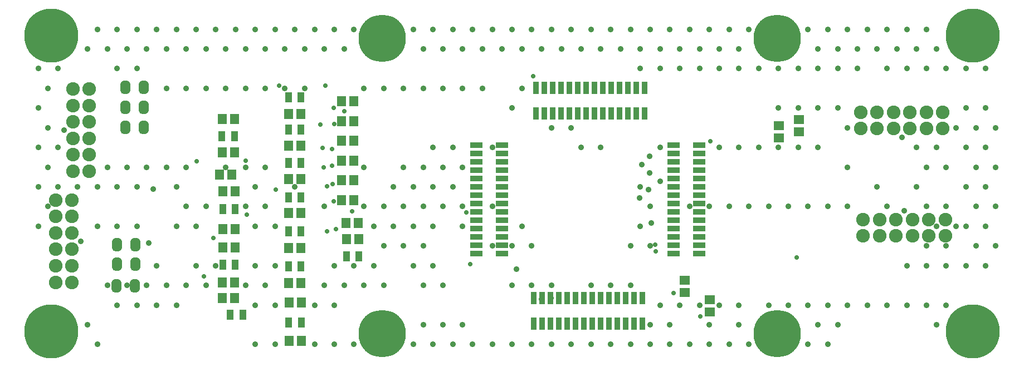
<source format=gts>
G04*
G04 #@! TF.GenerationSoftware,Altium Limited,Altium Designer,24.0.1 (36)*
G04*
G04 Layer_Color=8388736*
%FSLAX44Y44*%
%MOMM*%
G71*
G04*
G04 #@! TF.SameCoordinates,BB923111-6D0E-4387-AAE4-9FFB48530C1F*
G04*
G04*
G04 #@! TF.FilePolarity,Negative*
G04*
G01*
G75*
%ADD18R,1.9000X0.9400*%
%ADD19R,0.9400X1.9000*%
%ADD20R,1.5500X1.3500*%
%ADD21R,1.3500X1.5500*%
%ADD22R,1.1000X1.5000*%
G04:AMPARAMS|DCode=23|XSize=1.95mm|YSize=1.45mm|CornerRadius=0.4125mm|HoleSize=0mm|Usage=FLASHONLY|Rotation=90.000|XOffset=0mm|YOffset=0mm|HoleType=Round|Shape=RoundedRectangle|*
%AMROUNDEDRECTD23*
21,1,1.9500,0.6250,0,0,90.0*
21,1,1.1250,1.4500,0,0,90.0*
1,1,0.8250,0.3125,0.5625*
1,1,0.8250,0.3125,-0.5625*
1,1,0.8250,-0.3125,-0.5625*
1,1,0.8250,-0.3125,0.5625*
%
%ADD23ROUNDEDRECTD23*%
%ADD24C,7.2000*%
%ADD25C,2.0750*%
%ADD26C,0.8750*%
%ADD27C,8.2000*%
%ADD28C,0.9000*%
%ADD29C,0.7000*%
D18*
X695680Y168720D02*
D03*
X734680D02*
D03*
X995680D02*
D03*
X1034680D02*
D03*
X695680Y181420D02*
D03*
Y194120D02*
D03*
Y206820D02*
D03*
Y219520D02*
D03*
Y232220D02*
D03*
Y244920D02*
D03*
Y257620D02*
D03*
Y270320D02*
D03*
Y283020D02*
D03*
Y295720D02*
D03*
Y308420D02*
D03*
Y321120D02*
D03*
Y333820D02*
D03*
X734680Y181420D02*
D03*
Y194120D02*
D03*
Y206820D02*
D03*
Y219520D02*
D03*
Y232220D02*
D03*
Y244920D02*
D03*
Y257620D02*
D03*
Y270320D02*
D03*
Y283020D02*
D03*
Y295720D02*
D03*
Y308420D02*
D03*
Y321120D02*
D03*
Y333820D02*
D03*
X995680Y181420D02*
D03*
Y194120D02*
D03*
Y206820D02*
D03*
Y219520D02*
D03*
Y232220D02*
D03*
Y244920D02*
D03*
Y257620D02*
D03*
Y270320D02*
D03*
Y283020D02*
D03*
Y295720D02*
D03*
Y308420D02*
D03*
Y321120D02*
D03*
Y333820D02*
D03*
X1034680Y257620D02*
D03*
Y270320D02*
D03*
Y283020D02*
D03*
Y295720D02*
D03*
Y308420D02*
D03*
Y321120D02*
D03*
Y333820D02*
D03*
Y206820D02*
D03*
Y194120D02*
D03*
Y181420D02*
D03*
Y219520D02*
D03*
Y232220D02*
D03*
Y244920D02*
D03*
D19*
X786320Y381770D02*
D03*
Y420770D02*
D03*
X782630Y100770D02*
D03*
Y61770D02*
D03*
X799020Y420770D02*
D03*
X811720D02*
D03*
X824420D02*
D03*
X849820D02*
D03*
X837120D02*
D03*
X862520D02*
D03*
X875220D02*
D03*
X887920D02*
D03*
X913320D02*
D03*
X900620D02*
D03*
X926020D02*
D03*
X938720D02*
D03*
X951420D02*
D03*
X799020Y381770D02*
D03*
X811720D02*
D03*
X824420D02*
D03*
X837120D02*
D03*
X849820D02*
D03*
X862520D02*
D03*
X875220D02*
D03*
X887920D02*
D03*
X900620D02*
D03*
X913320D02*
D03*
X926020D02*
D03*
X938720D02*
D03*
X951420D02*
D03*
X808030Y100770D02*
D03*
X795330D02*
D03*
X820730D02*
D03*
X833430D02*
D03*
X846130D02*
D03*
X858830D02*
D03*
X871530D02*
D03*
X884230D02*
D03*
X896930D02*
D03*
X909630D02*
D03*
X922330D02*
D03*
X935030D02*
D03*
X947730D02*
D03*
X795330Y61770D02*
D03*
X808030D02*
D03*
X820730D02*
D03*
X833430D02*
D03*
X846130D02*
D03*
X871530D02*
D03*
X858830D02*
D03*
X884230D02*
D03*
X896930D02*
D03*
X909630D02*
D03*
X922330D02*
D03*
X935030D02*
D03*
X947730D02*
D03*
D20*
X1050290Y98150D02*
D03*
Y79650D02*
D03*
X1155700Y363220D02*
D03*
Y344720D02*
D03*
X1186180Y372110D02*
D03*
Y353610D02*
D03*
X1012190Y127360D02*
D03*
Y108860D02*
D03*
D21*
X309520Y322580D02*
D03*
X328020D02*
D03*
X327980Y373380D02*
D03*
X309480D02*
D03*
X305710Y288290D02*
D03*
X324210D02*
D03*
X329250Y262890D02*
D03*
X310750D02*
D03*
X309520Y100330D02*
D03*
X328020D02*
D03*
X310790Y177800D02*
D03*
X329290D02*
D03*
X498750Y190500D02*
D03*
X517250D02*
D03*
X329250Y205740D02*
D03*
X310750D02*
D03*
X515980Y214630D02*
D03*
X497480D02*
D03*
X328020Y124460D02*
D03*
X309520D02*
D03*
X429620Y35560D02*
D03*
X411120D02*
D03*
X429250Y123190D02*
D03*
X410750D02*
D03*
X429250Y176530D02*
D03*
X410750D02*
D03*
X429250Y229870D02*
D03*
X410750D02*
D03*
X429250Y281940D02*
D03*
X410750D02*
D03*
X429250Y332740D02*
D03*
X410750D02*
D03*
X429250Y381000D02*
D03*
X410750D02*
D03*
X411120Y93980D02*
D03*
X429620D02*
D03*
X490750Y340000D02*
D03*
X509250D02*
D03*
X490750Y370000D02*
D03*
X509250D02*
D03*
X490750Y280000D02*
D03*
X509250D02*
D03*
X490750Y310000D02*
D03*
X509250D02*
D03*
X490750Y250000D02*
D03*
X509250D02*
D03*
X490750Y400000D02*
D03*
X509250D02*
D03*
D22*
X328230Y346710D02*
D03*
X309230D02*
D03*
X329500Y236220D02*
D03*
X310500D02*
D03*
X340970Y74930D02*
D03*
X321970D02*
D03*
X329540Y151130D02*
D03*
X310540D02*
D03*
X517500Y163830D02*
D03*
X498500D02*
D03*
X429870Y63500D02*
D03*
X410870D02*
D03*
X429500Y148590D02*
D03*
X410500D02*
D03*
X429500Y201930D02*
D03*
X410500D02*
D03*
X429500Y254000D02*
D03*
X410500D02*
D03*
X429500Y306070D02*
D03*
X410500D02*
D03*
X429500Y356870D02*
D03*
X410500D02*
D03*
X429500Y406400D02*
D03*
X410500D02*
D03*
D23*
X177090Y119380D02*
D03*
X148590D02*
D03*
X178080Y181610D02*
D03*
X149580D02*
D03*
X178080Y152400D02*
D03*
X149580D02*
D03*
X162280Y421640D02*
D03*
X190780D02*
D03*
X162280Y391160D02*
D03*
X190780D02*
D03*
X162280Y360680D02*
D03*
X190780D02*
D03*
D24*
X553060Y496160D02*
D03*
X1153060Y46160D02*
D03*
Y496160D02*
D03*
X553060Y46160D02*
D03*
D25*
X82550Y418770D02*
D03*
Y393770D02*
D03*
Y368770D02*
D03*
Y343770D02*
D03*
Y318770D02*
D03*
Y293770D02*
D03*
X107550Y418770D02*
D03*
Y393770D02*
D03*
Y368770D02*
D03*
Y343770D02*
D03*
Y318770D02*
D03*
Y293770D02*
D03*
X1283700Y195280D02*
D03*
X1308700D02*
D03*
X1333700D02*
D03*
X1358700D02*
D03*
X1383700D02*
D03*
X1408700D02*
D03*
X1283700Y220280D02*
D03*
X1308700D02*
D03*
X1333700D02*
D03*
X1358700D02*
D03*
X1383700D02*
D03*
X1408700D02*
D03*
X1404890Y383840D02*
D03*
X1379890D02*
D03*
X1354890D02*
D03*
X1329890D02*
D03*
X1304890D02*
D03*
X1279890D02*
D03*
X1404890Y358840D02*
D03*
X1379890D02*
D03*
X1354890D02*
D03*
X1329890D02*
D03*
X1304890D02*
D03*
X1279890D02*
D03*
X56500Y249790D02*
D03*
Y224790D02*
D03*
Y199790D02*
D03*
Y174790D02*
D03*
Y149790D02*
D03*
Y124790D02*
D03*
X81500Y249790D02*
D03*
Y224790D02*
D03*
Y199790D02*
D03*
Y174790D02*
D03*
Y149790D02*
D03*
Y124790D02*
D03*
D26*
X69150Y356270D02*
D03*
X1346200Y233680D02*
D03*
X1342390Y345440D02*
D03*
X94900Y187290D02*
D03*
D27*
X50000Y50000D02*
D03*
X1450000Y500000D02*
D03*
Y50000D02*
D03*
X50000Y500000D02*
D03*
D28*
X1470000Y450000D02*
D03*
Y390000D02*
D03*
X1485000Y360000D02*
D03*
X1470000Y330000D02*
D03*
X1485000Y300000D02*
D03*
X1470000Y270000D02*
D03*
X1485000Y240000D02*
D03*
X1470000Y210000D02*
D03*
X1485000Y180000D02*
D03*
X1470000Y150000D02*
D03*
X1440000Y450000D02*
D03*
Y390000D02*
D03*
X1455000Y360000D02*
D03*
X1440000Y330000D02*
D03*
X1455000Y300000D02*
D03*
X1440000Y270000D02*
D03*
X1455000Y240000D02*
D03*
X1440000Y210000D02*
D03*
X1455000Y180000D02*
D03*
X1440000Y150000D02*
D03*
X1410000Y450000D02*
D03*
X1425000Y360000D02*
D03*
X1410000Y150000D02*
D03*
Y90000D02*
D03*
X1380000Y510000D02*
D03*
X1395000Y480000D02*
D03*
X1380000Y450000D02*
D03*
Y150000D02*
D03*
Y90000D02*
D03*
X1395000Y60000D02*
D03*
X1350000Y510000D02*
D03*
X1365000Y480000D02*
D03*
X1350000Y450000D02*
D03*
Y150000D02*
D03*
Y90000D02*
D03*
X1320000Y510000D02*
D03*
X1335000Y480000D02*
D03*
X1320000Y450000D02*
D03*
Y90000D02*
D03*
X1290000Y510000D02*
D03*
X1305000Y480000D02*
D03*
X1290000Y90000D02*
D03*
X1260000Y510000D02*
D03*
X1275000Y480000D02*
D03*
X1260000Y90000D02*
D03*
X1230000Y510000D02*
D03*
X1245000Y480000D02*
D03*
X1230000Y90000D02*
D03*
X1245000Y60000D02*
D03*
X1230000Y30000D02*
D03*
X1200000Y510000D02*
D03*
X1215000Y480000D02*
D03*
X1200000Y90000D02*
D03*
X1215000Y60000D02*
D03*
X1200000Y30000D02*
D03*
X1170000Y90000D02*
D03*
X1140000D02*
D03*
X1110000Y510000D02*
D03*
Y30000D02*
D03*
X1080000Y510000D02*
D03*
X1095000Y480000D02*
D03*
Y60000D02*
D03*
X1080000Y30000D02*
D03*
X1050000Y510000D02*
D03*
X1065000Y480000D02*
D03*
X1050000Y30000D02*
D03*
X1020000Y510000D02*
D03*
X1035000Y480000D02*
D03*
X1020000Y30000D02*
D03*
X990000Y510000D02*
D03*
X1005000Y480000D02*
D03*
X990000Y30000D02*
D03*
X960000Y510000D02*
D03*
X975000Y480000D02*
D03*
X960000Y30000D02*
D03*
X930000Y510000D02*
D03*
X945000Y480000D02*
D03*
X930000Y30000D02*
D03*
X900000Y510000D02*
D03*
X915000Y480000D02*
D03*
X900000Y30000D02*
D03*
X870000Y510000D02*
D03*
X885000Y480000D02*
D03*
X870000Y30000D02*
D03*
X840000Y510000D02*
D03*
X855000Y480000D02*
D03*
X840000Y30000D02*
D03*
X810000Y510000D02*
D03*
X825000Y480000D02*
D03*
X810000Y30000D02*
D03*
X780000Y510000D02*
D03*
X795000Y480000D02*
D03*
X780000Y30000D02*
D03*
X750000Y510000D02*
D03*
X765000Y480000D02*
D03*
Y420000D02*
D03*
X750000Y390000D02*
D03*
Y30000D02*
D03*
X720000Y510000D02*
D03*
X735000Y480000D02*
D03*
X720000Y330000D02*
D03*
Y30000D02*
D03*
X690000Y510000D02*
D03*
X705000Y480000D02*
D03*
Y420000D02*
D03*
X690000Y30000D02*
D03*
X660000Y510000D02*
D03*
X675000Y480000D02*
D03*
Y420000D02*
D03*
X660000Y330000D02*
D03*
X675000Y300000D02*
D03*
X660000Y270000D02*
D03*
X675000Y240000D02*
D03*
Y60000D02*
D03*
X660000Y30000D02*
D03*
X630000Y510000D02*
D03*
X645000Y480000D02*
D03*
Y420000D02*
D03*
X630000Y330000D02*
D03*
X645000Y300000D02*
D03*
X630000Y270000D02*
D03*
X645000Y240000D02*
D03*
X630000Y210000D02*
D03*
Y150000D02*
D03*
X645000Y120000D02*
D03*
Y60000D02*
D03*
X630000Y30000D02*
D03*
X600000Y510000D02*
D03*
X615000Y480000D02*
D03*
Y420000D02*
D03*
Y300000D02*
D03*
X600000Y270000D02*
D03*
X615000Y240000D02*
D03*
X600000Y210000D02*
D03*
X615000Y180000D02*
D03*
X600000Y150000D02*
D03*
X615000Y120000D02*
D03*
Y60000D02*
D03*
X600000Y30000D02*
D03*
X585000Y420000D02*
D03*
Y300000D02*
D03*
X570000Y270000D02*
D03*
X585000Y240000D02*
D03*
X570000Y210000D02*
D03*
X585000Y180000D02*
D03*
X555000Y420000D02*
D03*
Y240000D02*
D03*
X540000Y210000D02*
D03*
X555000Y180000D02*
D03*
X540000Y150000D02*
D03*
X555000Y120000D02*
D03*
X510000Y510000D02*
D03*
X525000Y420000D02*
D03*
Y300000D02*
D03*
Y240000D02*
D03*
X510000Y150000D02*
D03*
X525000Y120000D02*
D03*
X510000Y30000D02*
D03*
X480000Y510000D02*
D03*
X495000Y480000D02*
D03*
X480000Y150000D02*
D03*
X495000Y120000D02*
D03*
X480000Y90000D02*
D03*
Y30000D02*
D03*
X450000Y510000D02*
D03*
X465000Y480000D02*
D03*
Y240000D02*
D03*
Y120000D02*
D03*
X450000Y90000D02*
D03*
Y30000D02*
D03*
X420000Y510000D02*
D03*
X435000Y480000D02*
D03*
Y420000D02*
D03*
X420000Y270000D02*
D03*
X390000Y510000D02*
D03*
X405000Y480000D02*
D03*
Y420000D02*
D03*
X390000Y210000D02*
D03*
Y150000D02*
D03*
Y90000D02*
D03*
Y30000D02*
D03*
X360000Y510000D02*
D03*
X375000Y480000D02*
D03*
Y420000D02*
D03*
Y300000D02*
D03*
X360000Y270000D02*
D03*
X375000Y240000D02*
D03*
X360000Y210000D02*
D03*
Y150000D02*
D03*
X375000Y120000D02*
D03*
X360000Y90000D02*
D03*
Y30000D02*
D03*
X330000Y510000D02*
D03*
X345000Y480000D02*
D03*
Y420000D02*
D03*
Y300000D02*
D03*
Y240000D02*
D03*
Y120000D02*
D03*
X300000Y510000D02*
D03*
X315000Y480000D02*
D03*
Y420000D02*
D03*
Y300000D02*
D03*
X300000Y150000D02*
D03*
X270000Y510000D02*
D03*
X285000Y480000D02*
D03*
Y420000D02*
D03*
Y240000D02*
D03*
X270000Y210000D02*
D03*
Y150000D02*
D03*
X285000Y120000D02*
D03*
X240000Y510000D02*
D03*
X255000Y480000D02*
D03*
Y420000D02*
D03*
Y300000D02*
D03*
X240000Y270000D02*
D03*
X255000Y240000D02*
D03*
X240000Y210000D02*
D03*
X255000Y120000D02*
D03*
X240000Y90000D02*
D03*
X210000Y510000D02*
D03*
X225000Y480000D02*
D03*
Y420000D02*
D03*
Y300000D02*
D03*
X210000Y150000D02*
D03*
X225000Y120000D02*
D03*
X210000Y90000D02*
D03*
X180000Y510000D02*
D03*
X195000Y480000D02*
D03*
X180000Y450000D02*
D03*
X195000Y300000D02*
D03*
X180000Y270000D02*
D03*
Y210000D02*
D03*
X195000Y120000D02*
D03*
X180000Y90000D02*
D03*
X150000Y510000D02*
D03*
X165000Y480000D02*
D03*
X150000Y450000D02*
D03*
X165000Y300000D02*
D03*
X150000Y270000D02*
D03*
Y210000D02*
D03*
X165000Y120000D02*
D03*
X150000Y90000D02*
D03*
X120000Y510000D02*
D03*
X135000Y480000D02*
D03*
Y300000D02*
D03*
X120000Y270000D02*
D03*
Y210000D02*
D03*
X135000Y120000D02*
D03*
X120000Y30000D02*
D03*
X105000Y480000D02*
D03*
X90000Y270000D02*
D03*
X105000Y60000D02*
D03*
X60000Y450000D02*
D03*
Y330000D02*
D03*
Y270000D02*
D03*
X30000Y450000D02*
D03*
X45000Y420000D02*
D03*
X30000Y390000D02*
D03*
X45000Y360000D02*
D03*
X30000Y330000D02*
D03*
X45000Y300000D02*
D03*
X30000Y270000D02*
D03*
X45000Y240000D02*
D03*
X30000Y210000D02*
D03*
X1410000Y300000D02*
D03*
Y240000D02*
D03*
X1425000Y210000D02*
D03*
X1410000Y180000D02*
D03*
X1395000Y330000D02*
D03*
X1380000Y300000D02*
D03*
Y240000D02*
D03*
X1395000Y210000D02*
D03*
X1380000Y180000D02*
D03*
X1365000Y330000D02*
D03*
Y270000D02*
D03*
X1320000Y240000D02*
D03*
X1305000Y270000D02*
D03*
X1275000Y450000D02*
D03*
X1260000Y360000D02*
D03*
Y300000D02*
D03*
Y240000D02*
D03*
X1245000Y450000D02*
D03*
Y390000D02*
D03*
X1230000Y240000D02*
D03*
X1215000Y450000D02*
D03*
Y390000D02*
D03*
Y330000D02*
D03*
X1200000Y240000D02*
D03*
X1185000Y450000D02*
D03*
Y390000D02*
D03*
Y330000D02*
D03*
X1170000Y240000D02*
D03*
X1155000Y450000D02*
D03*
Y390000D02*
D03*
Y330000D02*
D03*
X1140000Y240000D02*
D03*
X1125000Y450000D02*
D03*
Y330000D02*
D03*
X1110000Y240000D02*
D03*
X1095000Y450000D02*
D03*
Y330000D02*
D03*
X1080000Y240000D02*
D03*
X1095000Y90000D02*
D03*
X1065000Y450000D02*
D03*
Y330000D02*
D03*
X1050000Y240000D02*
D03*
X1065000Y90000D02*
D03*
X1050000Y60000D02*
D03*
X1035000Y450000D02*
D03*
X1020000Y240000D02*
D03*
X1035000Y90000D02*
D03*
X1005000Y450000D02*
D03*
Y90000D02*
D03*
X990000Y60000D02*
D03*
X975000Y450000D02*
D03*
Y330000D02*
D03*
X960000Y240000D02*
D03*
Y180000D02*
D03*
X975000Y90000D02*
D03*
X960000Y60000D02*
D03*
X945000Y450000D02*
D03*
Y270000D02*
D03*
Y210000D02*
D03*
X930000Y180000D02*
D03*
Y120000D02*
D03*
X900000D02*
D03*
X885000Y330000D02*
D03*
X870000Y120000D02*
D03*
X840000Y360000D02*
D03*
X855000Y330000D02*
D03*
X810000Y360000D02*
D03*
Y120000D02*
D03*
X780000Y180000D02*
D03*
Y120000D02*
D03*
X765000Y210000D02*
D03*
X750000Y180000D02*
D03*
Y120000D02*
D03*
X720000Y240000D02*
D03*
Y180000D02*
D03*
X675000Y210000D02*
D03*
X198120Y184150D02*
D03*
X204470Y266700D02*
D03*
X553060Y523660D02*
D03*
X573060Y516160D02*
D03*
X580560Y496160D02*
D03*
X573060Y476160D02*
D03*
X553060Y468660D02*
D03*
X533060Y476160D02*
D03*
X525560Y496160D02*
D03*
X533060Y516160D02*
D03*
X756948Y144700D02*
D03*
X795020Y99060D02*
D03*
X808990Y100330D02*
D03*
X961390Y214600D02*
D03*
X943610Y252700D02*
D03*
X957580Y265400D02*
D03*
X975360Y278130D02*
D03*
X958850Y290830D02*
D03*
X947420Y303530D02*
D03*
X958850Y316230D02*
D03*
X1153060Y73660D02*
D03*
X1173060Y66160D02*
D03*
X1180560Y46160D02*
D03*
X1173060Y26160D02*
D03*
X1153060Y18660D02*
D03*
X1133060Y26160D02*
D03*
X1125560Y46160D02*
D03*
X1133060Y66160D02*
D03*
X52070Y79570D02*
D03*
X72070Y72070D02*
D03*
X79570Y52070D02*
D03*
X72070Y32070D02*
D03*
X52070Y24570D02*
D03*
X32070Y32070D02*
D03*
X24570Y52070D02*
D03*
X32070Y72070D02*
D03*
X1153060Y523660D02*
D03*
X1173060Y516160D02*
D03*
X1180560Y496160D02*
D03*
X1173060Y476160D02*
D03*
X1153060Y468660D02*
D03*
X1133060Y476160D02*
D03*
X1125560Y496160D02*
D03*
X1133060Y516160D02*
D03*
X553060Y73660D02*
D03*
X573060Y66160D02*
D03*
X580560Y46160D02*
D03*
X573060Y26160D02*
D03*
X553060Y18660D02*
D03*
X533060Y26160D02*
D03*
X525560Y46160D02*
D03*
X533060Y66160D02*
D03*
X1450000Y527500D02*
D03*
X1470000Y520000D02*
D03*
X1477500Y500000D02*
D03*
X1470000Y480000D02*
D03*
X1450000Y472500D02*
D03*
X1430000Y480000D02*
D03*
X1422500Y500000D02*
D03*
X1430000Y520000D02*
D03*
X1450000Y77500D02*
D03*
X1470000Y70000D02*
D03*
X1477500Y50000D02*
D03*
X1470000Y30000D02*
D03*
X1450000Y22500D02*
D03*
X1430000Y30000D02*
D03*
X1422500Y50000D02*
D03*
X1430000Y70000D02*
D03*
X50000Y527500D02*
D03*
X70000Y520000D02*
D03*
X77500Y500000D02*
D03*
X70000Y480000D02*
D03*
X50000Y472500D02*
D03*
X30000Y480000D02*
D03*
X22500Y500000D02*
D03*
X30000Y520000D02*
D03*
D29*
X1051560Y339090D02*
D03*
X396240Y424100D02*
D03*
X466090D02*
D03*
X782320Y438150D02*
D03*
X680720Y231140D02*
D03*
X1036320Y72390D02*
D03*
X995680Y107950D02*
D03*
X686764Y152400D02*
D03*
X968621Y171450D02*
D03*
X967455Y181865D02*
D03*
X270510Y308610D02*
D03*
X391160Y265430D02*
D03*
X495300Y384810D02*
D03*
X458470Y364490D02*
D03*
X462280Y328930D02*
D03*
X463550Y299720D02*
D03*
X468630Y270510D02*
D03*
X506730Y232410D02*
D03*
X468630Y201930D02*
D03*
X281940Y133350D02*
D03*
X295910Y191770D02*
D03*
X346710Y227330D02*
D03*
X345440Y309880D02*
D03*
X482600Y205740D02*
D03*
X476250Y302260D02*
D03*
Y327660D02*
D03*
X480060Y365760D02*
D03*
X478790Y247650D02*
D03*
X477520Y274320D02*
D03*
X478790Y389890D02*
D03*
X1182370Y162560D02*
D03*
M02*

</source>
